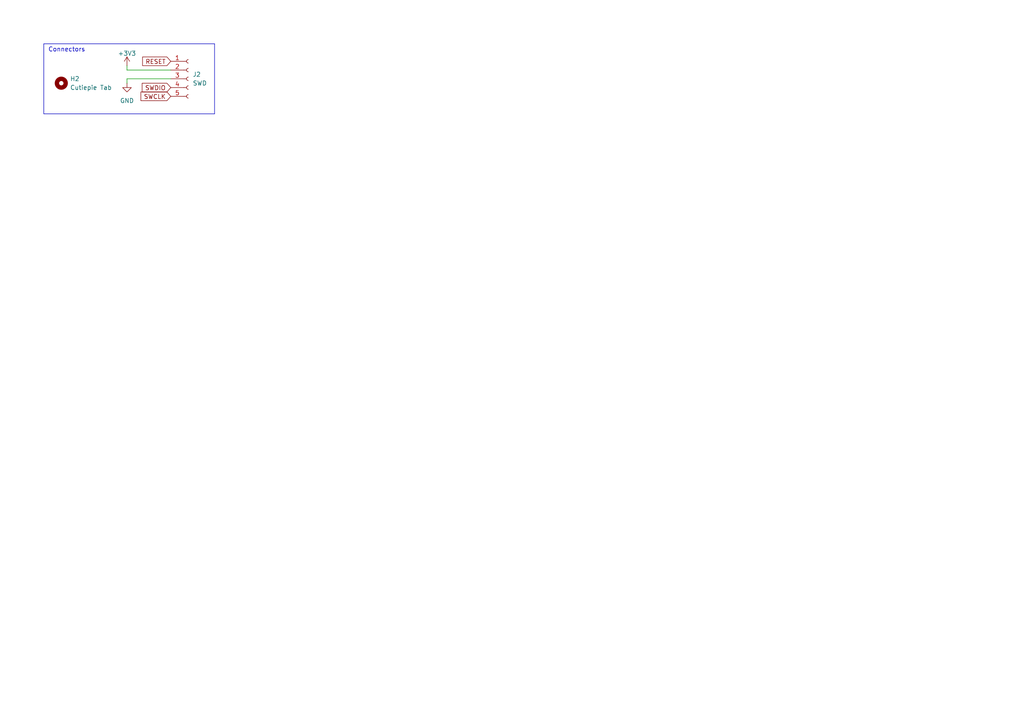
<source format=kicad_sch>
(kicad_sch (version 20230121) (generator eeschema)
  (paper "A4")
  (lib_symbols
    (symbol "Connector:Conn_01x05_Female" (pin_names (offset 1.016) hide)
      (property "Reference" "J" (at 0 7.62 0))
      (property "Value" "Conn_01x05_Female" (at 0 -7.62 0))
      (symbol "Conn_01x05_Female_1_1"
        (arc (start 0 -4.572) (mid -0.5058 -5.08) (end 0 -5.588) (stroke (width 0.1524)))
        (arc (start 0 -2.032) (mid -0.5058 -2.54) (end 0 -3.048) (stroke (width 0.1524)))
        (polyline (pts (xy -1.27 -5.08) (xy -0.508 -5.08)) (stroke (width 0.1524)))
        (polyline (pts (xy -1.27 -2.54) (xy -0.508 -2.54)) (stroke (width 0.1524)))
        (polyline (pts (xy -1.27 0) (xy -0.508 0)) (stroke (width 0.1524)))
        (polyline (pts (xy -1.27 2.54) (xy -0.508 2.54)) (stroke (width 0.1524)))
        (polyline (pts (xy -1.27 5.08) (xy -0.508 5.08)) (stroke (width 0.1524)))
        (arc (start 0 0.508) (mid -0.5058 0) (end 0 -0.508) (stroke (width 0.1524)))
        (arc (start 0 3.048) (mid -0.5058 2.54) (end 0 2.032) (stroke (width 0.1524)))
        (arc (start 0 5.588) (mid -0.5058 5.08) (end 0 4.572) (stroke (width 0.1524)))
        (pin passive line (at -5.08 5.08 0) (length 3.81) (name "Pin_1") (number "1"))
        (pin passive line (at -5.08 2.54 0) (length 3.81) (name "Pin_2") (number "2"))
        (pin passive line (at -5.08 0 0) (length 3.81) (name "Pin_3") (number "3"))
        (pin passive line (at -5.08 -2.54 0) (length 3.81) (name "Pin_4") (number "4"))
        (pin passive line (at -5.08 -5.08 0) (length 3.81) (name "Pin_5") (number "5"))
      )
    )
    (symbol "Mechanical:MountingHole" (pin_names (offset 1.016))
      (property "Reference" "H" (at 0 5.08 0))
      (property "Value" "MountingHole" (at 0 3.175 0))
      (symbol "MountingHole_0_1"
        (circle (center 0 0) (radius 1.27) (stroke (width 1.27)))
      )
    )
    (symbol "power:+3V3" (power) (pin_names (offset 0))
      (property "Value" "+3V3" (at 0 3.556 0))
      (symbol "+3V3_0_1"
        (polyline (pts (xy -0.762 1.27) (xy 0 2.54)))
        (polyline (pts (xy 0 0) (xy 0 2.54)))
        (polyline (pts (xy 0 2.54) (xy 0.762 1.27)))
      )
      (symbol "+3V3_1_1"
        (pin power_in line (at 0 0 90) (length 0) hide (name "+3V3") (number "1"))
      )
    )
    (symbol "power:GND" (power) (pin_names (offset 0))
      (property "Value" "GND" (at 0 -3.81 0))
      (symbol "GND_0_1"
        (polyline (pts (xy 0 0) (xy 0 -1.27) (xy 1.27 -1.27) (xy 0 -2.54) (xy -1.27 -1.27) (xy 0 -1.27)))
      )
      (symbol "GND_1_1"
        (pin power_in line (at 0 0 270) (length 0) hide (name "GND") (number "1"))
      )
    )
  )
  (polyline (pts (xy 62.23 12.7) (xy 62.23 33.02)))
  (polyline (pts (xy 12.7 12.7) (xy 12.7 33.02)))
  (wire (pts (xy 36.83 19.05) (xy 36.83 20.32)))
  (wire (pts (xy 36.83 22.86) (xy 49.53 22.86)))
  (polyline (pts (xy 12.7 12.7) (xy 62.23 12.7)))
  (wire (pts (xy 36.83 20.32) (xy 49.53 20.32)))
  (polyline (pts (xy 62.23 33.02) (xy 12.7 33.02)))
  (wire (pts (xy 36.83 24.13) (xy 36.83 22.86)))
  (text "Connectors\n" (at 13.97 15.24 0) (effects (font (size 1.27 1.27)) (justify left bottom)))
  (global_label "RESET" (shape input) (at 49.53 17.78 180) (property "Intersheetrefs" "${INTERSHEET_REFS}" (effects hide)))
  (global_label "SWCLK" (shape input) (at 49.53 27.94 180) (property "Intersheetrefs" "${INTERSHEET_REFS}" (effects hide)))
  (global_label "SWDIO" (shape input) (at 49.53 25.4 180) (property "Intersheetrefs" "${INTERSHEET_REFS}" (effects hide)))
  (symbol (lib_id "power:GND") (at 36.83 24.13 0) (unit 1)
    (property "Reference" "#PWR0128" (effects hide))
    (property "Value" "GND" (at 36.83 29.21 0))
  )
  (symbol (lib_id "Connector:Conn_01x05_Female") (at 54.61 22.86 0) (unit 1)
    (property "Reference" "J2" (at 55.88 21.5899 0) (effects (justify left)))
    (property "Value" "SWD" (at 55.88 24.1299 0) (effects (justify left)))
    (property "Footprint" "Connector_PinHeader_2.54mm:PinHeader_1x05_P2.54mm_Vertical" (effects hide))
  )
  (symbol (lib_id "Mechanical:MountingHole") (at 17.78 24.13 0) (unit 1)
    (property "Reference" "H2" (at 20.32 22.86 0) (effects (justify left)))
    (property "Value" "Cutiepie Tab" (at 20.32 25.4 0) (effects (justify left)))
    (property "Footprint" "Mousebites:cutiepie-tab" (effects hide))
    (instances (project "cutiepie2040_ortho" (path "" (reference "H2") (unit 1)) (path "" (reference "H1") (unit 1))))
  )
  (symbol (lib_id "power:+3V3") (at 36.83 19.05 0) (unit 1)
    (property "Reference" "#PWR0129" (effects hide))
    (property "Value" "+3V3" (at 36.83 15.494 0))
  )
)
</source>
